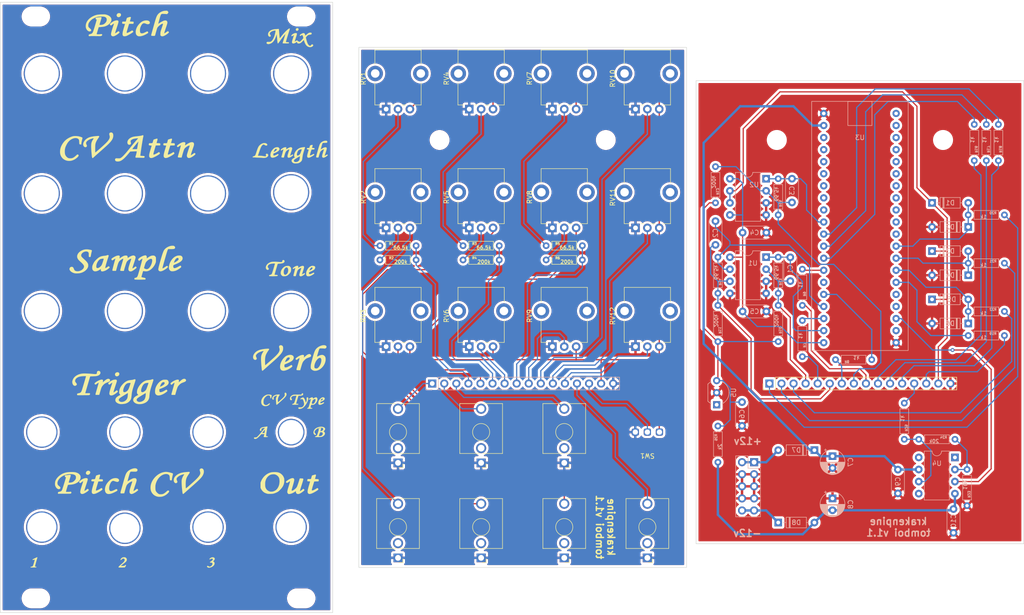
<source format=kicad_pcb>
(kicad_pcb (version 20211014) (generator pcbnew)
  (layers (0 "F.Cu" signal) (31 "B.Cu" signal) (34 "B.Paste" user) (35 "F.Paste" user) (36 "B.SilkS" user "B.Silkscreen") (37 "F.SilkS" user "F.Silkscreen") (38 "B.Mask" user) (39 "F.Mask" user) (44 "Edge.Cuts" user))
  (net 0 "")
  (net 1 "Pitch_1_in_b")
  (net 2 "ADC_5")
  (net 3 "Pitch_2_in_b")
  (net 4 "Pitch_3_in_b")
  (net 6 "GND2")
  (net 11 "CV-1")
  (net 13 "CV-2")
  (net 14 "CV-3")
  (net 16 "Net-(R1-Pad1)")
  (net 17 "Pitch_1_in_f")
  (net 18 "Net-(R2-Pad1)")
  (net 19 "Net-(R3-Pad1)")
  (net 20 "Pitch_2_in_f")
  (net 21 "Net-(R4-Pad1)")
  (net 22 "Net-(R5-Pad1)")
  (net 23 "Pitch_3_in_f")
  (net 24 "Net-(R6-Pad1)")
  (net 25 "Select_1_b")
  (net 26 "Select_2_b")
  (net 27 "Select_3_b")
  (net 28 "-10V")
  (net 29 "Reverb_mix_b")
  (net 30 "Reverb_fb_b")
  (net 31 "Reverb_lp_b")
  (net 32 "3.3V_f")
  (net 33 "Select_1_f")
  (net 34 "Select_2_f")
  (net 35 "Select_3_f")
  (net 36 "Reverb_mix_f")
  (net 37 "Reverb_fb_f")
  (net 38 "Reverb_lp_f")
  (net 39 "GND")
  (net 43 "D3")
  (net 44 "D4")
  (net 45 "D5")
  (net 46 "D6")
  (net 47 "D7")
  (net 48 "D8")
  (net 49 "D9")
  (net 50 "D10")
  (net 51 "D11")
  (net 52 "D12")
  (net 53 "D13")
  (net 54 "D14")
  (net 55 "Daisy_audio_in1")
  (net 56 "Daisy_audio_in2")
  (net 57 "Daisy_audio_out1")
  (net 58 "Daisy_audio_out2")
  (net 59 "+3V3")
  (net 60 "ADC_0")
  (net 61 "ADC_1")
  (net 62 "ADC_2")
  (net 63 "ADC_3")
  (net 64 "ADC_4")
  (net 65 "ADC_6")
  (net 66 "ADC_7")
  (net 67 "ADC_8")
  (net 68 "ADC_9")
  (net 69 "ADC_10")
  (net 72 "ADC_11")
  (net 76 "+12V")
  (net 77 "Output_f")
  (net 78 "Trig1_f")
  (net 79 "Trig2_f")
  (net 80 "Trig3_f")
  (net 81 "p-switch_f")
  (net 82 "Trig1_b")
  (net 83 "Trig2_b")
  (net 84 "Trig3_b")
  (net 85 "Output_b")
  (net 86 "p-switch_b")
  (net 87 "-12V")
  (net 88 "3.3V_b")
  (net 89 "Net-(R23-Pad2)")
  (net 90 "Net-(R24-Pad2)")
  (net 94 "Net-(D7-Pad2)")
  (net 95 "Net-(D8-Pad1)")
  (footprint "omat:3.5mm jack hole 6.1mm" (layer "F.Cu") (at 22.75 110.5)
    (fp_text reference "REF**" hide)
    (fp_text value "3.5mm jack hole 6.1mm" hide)
  )
  (footprint "omat:Alpha pot hole 7.1mm" (layer "F.Cu") (at 57.75 60.25)
    (fp_text reference "REF**" hide)
    (fp_text value "Alpha pot hole 7.1mm" hide)
  )
  (footprint "omat:MountingHole_3.2mm_M3" (layer "F.Cu") (at 21.5 23)
    (fp_text reference "REF**" hide)
    (fp_text value "MountingHole_3.2mm_M3" hide)
  )
  (footprint "omat:3.5mm jack hole 6.1mm" (layer "F.Cu") (at 40.25 130.75)
    (fp_text reference "REF**" hide)
    (fp_text value "3.5mm jack hole 6.1mm" hide)
  )
  (footprint "omat:Potentiometer_Alpha_RD901F-40-00D_Single_Vertical_CircularHoles3D" (layer "F.Cu") (at 147.75 92.5 90)
    (fp_text reference "RV12")
    (fp_text value "Reverb_lowpass")
  )
  (footprint "omat:Alpha pot hole 7.1mm" (layer "F.Cu") (at 57.75 85)
    (fp_text reference "REF**" hide)
    (fp_text value "Alpha pot hole 7.1mm" hide)
  )
  (footprint "omat:Potentiometer_Alpha_RD901F-40-00D_Single_Vertical_CircularHoles3D" (layer "F.Cu") (at 95.25 92.5 90)
    (fp_text reference "RV3")
    (fp_text value "Sample1select")
  )
  (footprint "omat:Alpha pot hole 7.1mm" (layer "F.Cu") (at 40.25 60.25)
    (fp_text reference "REF**" hide)
    (fp_text value "Alpha pot hole 7.1mm" hide)
  )
  (footprint "omat:Alpha pot hole 7.1mm" (layer "F.Cu") (at 75.25 85)
    (fp_text reference "REF**" hide)
    (fp_text value "Alpha pot hole 7.1mm" hide)
  )
  (footprint "Connector_PinHeader_2.54mm:PinHeader_1x16_P2.54mm_Vertical" (layer "F.Cu") (at 175.95 100.275 90)
    (fp_text reference "J9" hide)
    (fp_text value "Conn_01x16_Male" hide)
  )
  (footprint "omat:Potentiometer_Alpha_RD901F-40-00D_Single_Vertical_CircularHoles3D" (layer "F.Cu") (at 95.25 42.5 90)
    (fp_text reference "RV1")
    (fp_text value "Sample1pitch")
  )
  (footprint "omat:Jack_3.5mm_QingPu_WQP-PJ398SM_Vertical_CircularHoles_mid" (layer "F.Cu") (at 115.25 110.5 180)
    (fp_text reference "J3" hide)
    (fp_text value "Trig_2" hide)
  )
  (footprint "omat:Alpha pot hole 7.1mm" (layer "F.Cu") (at 75.25 60)
    (fp_text reference "REF**" hide)
    (fp_text value "Alpha pot hole 7.1mm" hide)
  )
  (footprint "omat:Potentiometer_Alpha_RD901F-40-00D_Single_Vertical_CircularHoles3D" (layer "F.Cu") (at 147.75 67.5 90)
    (fp_text reference "RV11")
    (fp_text value "Reverb_feedback")
  )
  (footprint "omat:MountingHole_3.2mm_M3" (layer "F.Cu") (at 77.38 23)
    (fp_text reference "REF**" hide)
    (fp_text value "MountingHole_3.2mm_M3" hide)
  )
  (footprint "omat:Omaresistor2" (layer "F.Cu") (at 93.94 71.25)
    (fp_text reference "R1")
    (fp_text value "66.5k")
  )
  (footprint "omat:Potentiometer_Alpha_RD901F-40-00D_Single_Vertical_CircularHoles3D" (layer "F.Cu") (at 112.75 67.5 90)
    (fp_text reference "RV5")
    (fp_text value "Sample2cv_attn")
  )
  (footprint "omat:Potentiometer_Alpha_RD901F-40-00D_Single_Vertical_CircularHoles3D" (layer "F.Cu") (at 130.25 42.5 90)
    (fp_text reference "RV7")
    (fp_text value "Sample3pitch")
  )
  (footprint "omat:3.5mm jack hole 6.1mm" (layer "F.Cu") (at 57.75 130.5)
    (fp_text reference "REF**" hide)
    (fp_text value "3.5mm jack hole 6.1mm" hide)
  )
  (footprint "omat:Jack_3.5mm_QingPu_WQP-PJ398SM_Vertical_CircularHoles_mid" (layer "F.Cu") (at 150.25 130.5 180)
    (fp_text reference "J1" hide)
    (fp_text value "Output" hide)
  )
  (footprint "MountingHole:MountingHole_3.2mm_M3" (layer "F.Cu") (at 212.5 49)
    (fp_text reference "REF**" hide)
    (fp_text value "MountingHole_3.2mm_M3" hide)
  )
  (footprint "omat:Potentiometer_Alpha_RD901F-40-00D_Single_Vertical_CircularHoles3D" (layer "F.Cu") (at 112.75 92.5 90)
    (fp_text reference "RV6")
    (fp_text value "Sample2select")
  )
  (footprint "omat:Alpha pot hole 7.1mm" (layer "F.Cu") (at 57.75 35)
    (fp_text reference "REF**" hide)
    (fp_text value "Alpha pot hole 7.1mm" hide)
  )
  (footprint "omat:Alpha pot hole 7.1mm" (layer "F.Cu") (at 75.25 35)
    (fp_text reference "REF**" hide)
    (fp_text value "Alpha pot hole 7.1mm" hide)
  )
  (footprint "omat:Omaresistor2" (layer "F.Cu") (at 128.94 74.25)
    (fp_text reference "R6")
    (fp_text value "200k")
  )
  (footprint "omat:Potentiometer_Alpha_RD901F-40-00D_Single_Vertical_CircularHoles3D" (layer "F.Cu") (at 95.25 67.5 90)
    (fp_text reference "RV2")
    (fp_text value "Sample1cv_attn")
  )
  (footprint "omat:Omaresistor2" (layer "F.Cu") (at 93.94 74.25)
    (fp_text reference "R2")
    (fp_text value "200k")
  )
  (footprint "MountingHole:MountingHole_3.2mm_M3" (layer "F.Cu") (at 141.5 49)
    (fp_text reference "REF**" hide)
    (fp_text value "MountingHole_3.2mm_M3" hide)
  )
  (footprint "omat:Jack_3.5mm_QingPu_WQP-PJ398SM_Vertical_CircularHoles_mid" (layer "F.Cu") (at 132.75 110.5 180)
    (fp_text reference "J4" hide)
    (fp_text value "Trig_3" hide)
  )
  (footprint "omat:Alpha pot hole 7.1mm" (layer "F.Cu") (at 22.75 35)
    (fp_text reference "REF**" hide)
    (fp_text value "Alpha pot hole 7.1mm" hide)
  )
  (footprint "omat:Jack_3.5mm_QingPu_WQP-PJ398SM_Vertical_CircularHoles_mid" (layer "F.Cu") (at 115.25 130.5 180)
    (fp_text reference "J6" hide)
    (fp_text value "CV_2" hide)
  )
  (footprint "omat:MountingHole_3.2mm_M3" (layer "F.Cu") (at 77.38 145.5)
    (fp_text reference "REF**" hide)
    (fp_text value "MountingHole_3.2mm_M3" hide)
  )
  (footprint "omat:Potentiometer_Alpha_RD901F-40-00D_Single_Vertical_CircularHoles3D" (layer "F.Cu") (at 130.25 67.5 90)
    (fp_text reference "RV8")
    (fp_text value "Sample3cv_attn")
  )
  (footprint "omat:Alpha pot hole 7.1mm" (layer "F.Cu") (at 22.75 60.25)
    (fp_text reference "REF**" hide)
    (fp_text value "Alpha pot hole 7.1mm" hide)
  )
  (footprint "omat:MountingHole_3.2mm_M3" (layer "F.Cu") (at 21.5 145.5)
    (fp_text reference "REF**" hide)
    (fp_text value "MountingHole_3.2mm_M3" hide)
  )
  (footprint "omat:Alpha pot hole 7.1mm" (layer "F.Cu") (at 40.25 35)
    (fp_text reference "REF**" hide)
    (fp_text value "Alpha pot hole 7.1mm" hide)
  )
  (footprint "omat:Jack_3.5mm_QingPu_WQP-PJ398SM_Vertical_CircularHoles_mid" (layer "F.Cu") (at 97.75 110.5 180)
    (fp_text reference "J2" hide)
    (fp_text value "Trig_1" hide)
  )
  (footprint "omat:Potentiometer_Alpha_RD901F-40-00D_Single_Vertical_CircularHoles3D" (layer "F.Cu") (at 147.75 42.5 90)
    (fp_text reference "RV10")
    (fp_text value "Reverb_mix")
  )
  (footprint "omat:3.5mm jack hole 6.1mm" (layer "F.Cu") (at 75.25 130.5)
    (fp_text reference "REF**" hide)
    (fp_text value "3.5mm jack hole 6.1mm" hide)
  )
  (footprint "omat:Alpha pot hole 7.1mm" (layer "F.Cu") (at 40.25 85)
    (fp_text reference "REF**" hide)
    (fp_text value "Alpha pot hole 7.1mm" hide)
  )
  (footprint "omat:Potentiometer_Alpha_RD901F-40-00D_Single_Vertical_CircularHoles3D" (layer "F.Cu") (at 112.75 42.5 90)
    (fp_text reference "RV4")
    (fp_text value "Sample2pitch")
  )
  (footprint "omat:Alpha pot hole 7.1mm" (layer "F.Cu") (at 22.75 85)
    (fp_text reference "REF**" hide)
    (fp_text value "Alpha pot hole 7.1mm" hide)
  )
  (footprint "omat:Omaresistor2" (layer "F.Cu") (at 111.44 74.25)
    (fp_text reference "R4")
    (fp_text value "200k")
  )
  (footprint "MountingHole:MountingHole_3.2mm_M3" (layer "F.Cu") (at 106.5 49)
    (fp_text reference "REF**" hide)
    (fp_text value "MountingHole_3.2mm_M3" hide)
  )
  (footprint "omat:submini switch" (layer "F.Cu") (at 150.25 110.5 180)
    (fp_text reference "SW1")
    (fp_text value "SW_SPDT")
  )
  (footprint "omat:Potentiometer_Alpha_RD901F-40-00D_Single_Vertical_CircularHoles3D" (layer "F.Cu") (at 130.25 92.5 90)
    (fp_text reference "RV9")
    (fp_text value "Sample3select")
  )
  (footprint "omat:Omaresistor2" (layer "F.Cu") (at 111.44 71.25)
    (fp_text reference "R3")
    (fp_text value "66.5k")
  )
  (footprint "omat:Jack_3.5mm_QingPu_WQP-PJ398SM_Vertical_CircularHoles_mid" (layer "F.Cu") (at 132.75 130.5 180)
    (fp_text reference "J7" hide)
    (fp_text value "CV_3" hide)
  )
  (footprint "omat:Omaresistor2" (layer "F.Cu") (at 128.94 71.25)
    (fp_text reference "R5")
    (fp_text value "66.5k")
  )
  (footprint "kuvia:euro-tomboi-kansi1" (layer "F.Cu") (at 49 84.377885)
    (fp_text reference "Ref**" hide)
    (fp_text value "Val**" hide)
  )
  (footprint "omat:Jack_3.5mm_QingPu_WQP-PJ398SM_Vertical_CircularHoles_mid" (layer "F.Cu") (at 97.75 130.5 180)
    (fp_text reference "J5" hide)
    (fp_text value "CV_1" hide)
  )
  (footprint "omat:3.5mm jack hole 6.1mm" (layer "F.Cu") (at 22.75 130.5)
    (fp_text reference "REF**" hide)
    (fp_text value "3.5mm jack hole 6.1mm" hide)
  )
  (footprint "omat:Subminiswitch hole 5.1mm" (layer "F.Cu") (at 75.25 110.5)
    (fp_text reference "REF**" hide)
    (fp_text value "Subminiswitch hole 5.1mm" hide)
  )
  (footprint "MountingHole:MountingHole_3.2mm_M3" (layer "F.Cu") (at 177.5 49)
    (fp_text reference "REF**" hide)
    (fp_text value "MountingHole_3.2mm_M3" hide)
  )
  (footprint "omat:3.5mm jack hole 6.1mm" (layer "F.Cu") (at 57.75 110.5)
    (fp_text reference "REF**" hide)
    (fp_text value "3.5mm jack hole 6.1mm" hide)
  )
  (footprint "omat:3.5mm jack hole 6.1mm" (layer "F.Cu") (at 40.25 110.5)
    (fp_text reference "REF**" hide)
    (fp_text value "3.5mm jack hole 6.1mm" hide)
  )
  (footprint "Connector_PinHeader_2.54mm:PinHeader_2x05_P2.54mm_Vertical" (layer "B.Cu") (at 172.72 116.84 180)
    (fp_text reference "J10" hide)
    (fp_text value "Conn_02x05_Odd_Even" hide)
  )
  (footprint "Diode_THT:D_DO-35_SOD27_P7.62mm_Horizontal" (layer "B.Cu") (at 185.42 114.3 180)
    (fp_text reference "D7")
    (fp_text value "BAT42" hide)
  )
  (footprint "omat:Omaresistor2" (layer "B.Cu") (at 177.8 91.44 90)
    (fp_text reference "R10")
    (fp_text value "200k")
  )
  (footprint "omat:Omaresistor2" (layer "B.Cu") (at 182.88 83.82 90)
    (fp_text reference "R9")
    (fp_text value "1k")
  )
  (footprint "omat:Omaresistor2" (layer "B.Cu") (at 225.425 64.77 180)
    (fp_text reference "R20")
    (fp_text value "1k")
  )
  (footprint "Capacitor_THT:C_Disc_D5.0mm_W2.5mm_P5.00mm" (layer "B.Cu") (at 180.34 78.7 90)
    (fp_text reference "C1" hide)
    (fp_text value "10n" hide)
  )
  (footprint "omat:Omaresistor2" (layer "B.Cu") (at 165.1 109.22 -90)
    (fp_text reference "R26")
    (fp_text value "2k")
  )
  (footprint "Capacitor_THT:C_Disc_D5.0mm_W2.5mm_P5.00mm" (layer "B.Cu") (at 170.3 68.5)
    (fp_text reference "C4" hide)
    (fp_text value "100n" hide)
  )
  (footprint "Package_DIP:DIP-8_W7.62mm" (layer "B.Cu") (at 215.001 115.834 180)
    (fp_text reference "U4")
    (fp_text value "TL071")
  )
  (footprint "omat:Omaresistor2" (layer "B.Cu") (at 224.155 53.34 90)
    (fp_text reference "R18")
    (fp_text value "1k")
  )
  (footprint "Diode_THT:D_DO-35_SOD27_P7.62mm_Horizontal" (layer "B.Cu") (at 217.805 87.63 180)
    (fp_text reference "D6")
    (fp_text value "BAT42" hide)
  )
  (footprint "Capacitor_THT:CP_Radial_D5.0mm_P2.50mm" (layer "B.Cu") (at 189.23 115.57 -90)
    (fp_text reference "C7")
    (fp_text value "10u")
  )
  (footprint "omat:Omaresistor2" (layer "B.Cu") (at 164.592 62.23 90)
    (fp_text reference "R12")
    (fp_text value "200k")
  )
  (footprint "Diode_THT:D_DO-35_SOD27_P7.62mm_Horizontal" (layer "B.Cu") (at 210.185 82.55)
    (fp_text reference "D5")
    (fp_text value "BAT42" hide)
  )
  (footprint "Capacitor_THT:C_Disc_D5.0mm_W2.5mm_P5.00mm" (layer "B.Cu") (at 214.7 126.7 -90)
    (fp_text reference "C10" hide)
    (fp_text value "100n" hide)
  )
  (footprint "Capacitor_THT:C_Disc_D5.0mm_W2.5mm_P5.00mm" (layer "B.Cu") (at 180.7 62.15 90)
    (fp_text reference "C3" hide)
    (fp_text value "10n" hide)
  )
  (footprint "omat:Omaresistor2" (layer "B.Cu") (at 225.425 74.93 180)
    (fp_text reference "R21")
    (fp_text value "1k")
  )
  (footprint "Diode_THT:D_DO-35_SOD27_P7.62mm_Horizontal" (layer "B.Cu") (at 210.185 72.39)
    (fp_text reference "D3")
    (fp_text value "BAT42" hide)
  )
  (footprint "Package_TO_SOT_THT:TO-92_Inline_Wide" (layer "B.Cu") (at 164.84 104.74 90)
    (fp_text reference "U5")
    (fp_text value "LM4040LP-10")
  )
  (footprint "omat:Omaresistor2" (layer "B.Cu") (at 189.865 95.25)
    (fp_text reference "R8")
    (fp_text value "1k")
  )
  (footprint "omat:Omaresistor2" (layer "B.Cu") (at 182.88 94.615 90)
    (fp_text reference "R7")
    (fp_text value "1k")
  )
  (footprint "Capacitor_THT:CP_Radial_D5.0mm_P2.50mm" (layer "B.Cu") (at 189.23 124.46 -90)
    (fp_text reference "C8")
    (fp_text value "10u")
  )
  (footprint "omat:Omaresistor2" (layer "B.Cu") (at 215.011 112.014 180)
    (fp_text reference "R24")
    (fp_text value "20k")
  )
  (footprint "Package_DIP:DIP-8_W7.62mm" (layer "B.Cu") (at 175.25 73.67 180)
    (fp_text reference "U1")
    (fp_text value "MCP6002-xP")
  )
  (footprint "Package_DIP:DIP-8_W7.62mm" (layer "B.Cu") (at 175.25 57.16 180)
    (fp_text reference "U2")
    (fp_text value "MCP6002-xP")
  )
  (footprint "omat:Omaresistor2" (layer "B.Cu") (at 177.8 81.28 90)
    (fp_text reference "R13")
    (fp_text value "66.5k")
  )
  (footprint "Capacitor_THT:C_Disc_D5.0mm_W2.5mm_P5.00mm" (layer "B.Cu") (at 170.3 85.09)
    (fp_text reference "C5" hide)
    (fp_text value "100n" hide)
  )
  (footprint "omat:Daisy Seed" (layer "B.Cu") (at 195 40.8695 180)
    (fp_text reference "U3")
    (fp_text value "Daisy_Seed")
  )
  (footprint "Connector_PinSocket_2.54mm:PinSocket_1x16_P2.54mm_Vertical" (layer "B.Cu") (at 104.95 100.275 -90)
    (fp_text reference "J8" hide)
    (fp_text value "Conn_01x16_Female" hide)
  )
  (footprint "Capacitor_THT:C_Disc_D5.0mm_W2.5mm_P5.00mm" (layer "B.Cu") (at 164.592 71.08 90)
    (fp_text reference "C2" hide)
    (fp_text value "10n" hide)
  )
  (footprint "Capacitor_THT:C_Disc_D5.0mm_W2.5mm_P5.00mm" (layer "B.Cu") (at 203 118.4 -90)
    (fp_text reference "C9" hide)
    (fp_text value "100n" hide)
  )
  (footprint "omat:Omaresistor2" (layer "B.Cu") (at 217.551 125.984 90)
    (fp_text reference "R23")
    (fp_text value "10k")
  )
  (footprint "Diode_THT:D_DO-35_SOD27_P7.62mm_Horizontal" (layer "B.Cu") (at 217.805 67.31 180)
    (fp_text reference "D2")
    (fp_text value "BAT42" hide)
  )
  (footprint "Diode_THT:D_DO-35_SOD27_P7.62mm_Horizontal" (layer "B.Cu") (at 177.8 129.54)
    (fp_text reference "D8")
    (fp_text value "BAT42" hide)
  )
  (footprint "Diode_THT:D_DO-35_SOD27_P7.62mm_Horizontal" (layer "B.Cu") (at 217.805 77.47 180)
    (fp_text reference "D4")
    (fp_text value "BAT42" hide)
  )
  (footprint "Diode_THT:D_DO-35_SOD27_P7.62mm_Horizontal" (layer "B.Cu") (at 210.185 62.23)
    (fp_text reference "D1")
    (fp_text value "BAT42" hide)
  )
  (footprint "omat:Omaresistor2" (layer "B.Cu") (at 221.615 53.34 90)
    (fp_text reference "R17")
    (fp_text value "1k")
  )
  (footprint "omat:Omaresistor2" (layer "B.Cu") (at 177.8 64.77 90)
    (fp_text reference "R15")
    (fp_text value "66.5k")
  )
  (footprint "omat:Omaresistor2" (layer "B.Cu") (at 225.425 85.09 180)
    (fp_text reference "R22")
    (fp_text value "1k")
  )
  (footprint "omat:Omaresistor2" (layer "B.Cu") (at 165.1 81.28 90)
    (fp_text reference "R14")
    (fp_text value "66.5k")
  )
  (footprint "Capacitor_THT:C_Disc_D5.0mm_W2.5mm_P5.00mm" (layer "B.Cu") (at 170.18 104.18 -90)
    (fp_text reference "C6" hide)
    (fp_text value "100n" hide)
  )
  (footprint "omat:Omaresistor2" (layer "B.Cu") (at 204.343 112.014 90)
    (fp_text reference "R25")
    (fp_text value "1k")
  )
  (footprint "omat:Omaresistor2" (layer "B.Cu") (at 219.075 53.34 90)
    (fp_text reference "R16")
    (fp_text value "1k")
  )
  (footprint "omat:Omaresistor2" (layer "B.Cu") (at 165.1 91.44 90)
    (fp_text reference "R11")
    (fp_text value "200k")
  )
  (footprint "omat:Omaresistor2" (layer "B.Cu") (at 225.425 90.17 180)
    (fp_text reference "R19")
    (fp_text value "1k")
  )
  (gr_rect (start 160.5 36.5) (end 229.5 134) (layer "Edge.Cuts") (width 0.1) (fill none))
  (gr_rect (start 89.5 29.5) (end 158.5 139) (layer "Edge.Cuts") (width 0.1) (fill none))
  (gr_rect (start 14 20) (end 84 148.5) (layer "Edge.Cuts") (width 0.1) (fill none))
  (gr_text "krakenpine\ntomboi v1.1" (at 203.1 130.5) (layer "B.SilkS") (effects (font (size 1.5 1.5) (thickness 0.3)) (justify mirror)))
  (gr_text "+12v" (at 171.4 112.4) (layer "B.SilkS") (effects (font (size 1.5 1.5) (thickness 0.3)) (justify mirror)))
  (gr_text "-12v" (at 171.3 131.8) (layer "B.SilkS") (effects (font (size 1.5 1.5) (thickness 0.3)) (justify mirror)))
  (gr_text "krakenpine\ntomboi v1.1" (at 141.4 130.5 -90) (layer "F.SilkS") (effects (font (size 1.5 1.5) (thickness 0.3)) (justify mirror)))
  (segment (start 180.34 86.36) (end 177.8 83.82) (width 0.25) (layer "F.Cu") (net 1))
  (segment (start 183.57 100.275) (end 183.57 98.48) (width 0.25) (layer "F.Cu") (net 1))
  (segment (start 183.57 98.48) (end 180.34 95.25) (width 0.25) (layer "F.Cu") (net 1))
  (segment (start 180.34 95.25) (end 180.34 86.36) (width 0.25) (layer "F.Cu") (net 1))
  (segment (start 177.8 78.74) (end 177.84 78.7) (width 0.25) (layer "B.Cu") (net 1))
  (segment (start 177.8 78.76) (end 177.78 78.74) (width 0.25) (layer "B.Cu") (net 1))
  (segment (start 175.25 76.21) (end 177.78 78.74) (width 0.25) (layer "B.Cu") (net 1))
  (segment (start 177.78 78.74) (end 177.8 78.74) (width 0.25) (layer "B.Cu") (net 1))
  (segment (start 177.8 81.28) (end 177.8 78.76) (width 0.25) (layer "B.Cu") (net 1))
  (segment (start 177.8 83.82) (end 177.8 81.28) (width 0.25) (layer "B.Cu") (net 1))
  (segment (start 177.84 78.7) (end 180.34 78.7) (width 0.25) (layer "B.Cu") (net 1))
  (segment (start 187.38 76.4295) (end 183.1095 76.4295) (width 0.25) (layer "F.Cu") (net 2))
  (segment (start 172.085 90.805) (end 165.1 83.82) (width 0.25) (layer "F.Cu") (net 3))
  (segment (start 188.65 100.275) (end 188.65 101.545) (width 0.25) (layer "F.Cu") (net 3))
  (segment (start 186.69 103.505) (end 173.99 103.505) (width 0.25) (layer "F.Cu") (net 3))
  (segment (start 188.65 101.545) (end 186.69 103.505) (width 0.25) (layer "F.Cu") (net 3))
  (segment (start 172.085 101.6) (end 172.085 90.805) (width 0.25) (layer "F.Cu") (net 3))
  (segment (start 173.99 103.505) (end 172.085 101.6) (width 0.25) (layer "F.Cu") (net 3))
  (segment (start 164.592 71.08) (end 164.124 71.08) (width 0.25) (layer "B.Cu") (net 3))
  (segment (start 164.124 71.08) (end 163.576 71.628) (width 0.25) (layer "B.Cu") (net 3))
  (segment (start 167.58 78.7) (end 167.63 78.75) (width 0.25) (layer "B.Cu") (net 3))
  (segment (start 165.1 81.28) (end 165.1 78.74) (width 0.25) (layer "B.Cu") (net 3))
  (segment (start 165.1 78.74) (end 165.14 78.7) (width 0.25) (layer "B.Cu") (net 3))
  (segment (start 163.576 77.216) (end 165.1 78.74) (width 0.25) (layer "B.Cu") (net 3))
  (segment (start 163.576 71.628) (end 163.576 77.216) (width 0.25) (layer "B.Cu") (net 3))
  (segment (start 165.14 78.7) (end 167.58 78.7) (width 0.25) (layer "B.Cu") (net 3))
  (segment (start 165.1 83.82) (end 165.1 81.28) (width 0.25) (layer "B.Cu") (net 3))
  (segment (start 186.309 75.184) (end 177.8 66.675) (width 0.25) (layer "B.Cu") (net 4))
  (segment (start 193.73 98.37) (end 194.945 97.155) (width 0.25) (layer "B.Cu") (net 4))
  (segment (start 174 59.7) (end 168.91 54.61) (width 0.25) (layer "B.Cu") (net 4))
  (segment (start 177.8 62.25) (end 175.25 59.7) (width 0.25) (layer "B.Cu") (net 4))
  (segment (start 193.73 100.275) (end 193.73 98.37) (width 0.25) (layer "B.Cu") (net 4))
  (segment (start 168.91 54.61) (end 164.592 54.61) (width 0.25) (layer "B.Cu") (net 4))
  (segment (start 194.945 97.155) (end 198.12 97.155) (width 0.25) (layer "B.Cu") (net 4))
  (segment (start 177.9 62.15) (end 180.7 62.15) (width 0.25) (layer "B.Cu") (net 4))
  (segment (start 199.39 95.885) (end 199.39 85.09) (width 0.25) (layer "B.Cu") (net 4))
  (segment (start 199.39 85.09) (end 189.484 75.184) (width 0.25) (layer "B.Cu") (net 4))
  (segment (start 177.8 62.25) (end 177.9 62.15) (width 0.25) (layer "B.Cu") (net 4))
  (segment (start 177.8 64.77) (end 177.8 62.25) (width 0.25) (layer "B.Cu") (net 4))
  (segment (start 175.25 59.7) (end 174 59.7) (width 0.25) (layer "B.Cu") (net 4))
  (segment (start 189.484 75.184) (end 186.309 75.184) (width 0.25) (layer "B.Cu") (net 4))
  (segment (start 177.8 66.675) (end 177.8 64.77) (width 0.25) (layer "B.Cu") (net 4))
  (segment (start 198.12 97.155) (end 199.39 95.885) (width 0.25) (layer "B.Cu") (net 4))
  (segment (start 90.297 80.803) (end 98.75 72.35) (width 0.25) (layer "B.Cu") (net 11))
  (segment (start 98.75 72.35) (end 98.75 71.25) (width 0.25) (layer "B.Cu") (net 11))
  (segment (start 90.297 118.127) (end 90.297 80.803) (width 0.25) (layer "B.Cu") (net 11))
  (segment (start 97.75 125.58) (end 90.297 118.127) (width 0.25) (layer "B.Cu") (net 11))
  (segment (start 100.25 69.75) (end 100.25 67.5) (width 0.25) (layer "B.Cu") (net 11))
  (segment (start 98.75 71.25) (end 100.25 69.75) (width 0.25) (layer "B.Cu") (net 11))
  (segment (start 116.6 71.8) (end 116.6 69.65) (width 0.25) (layer "F.Cu") (net 13))
  (segment (start 105 120.5) (end 105 108.25) (width 0.25) (layer "F.Cu") (net 13))
  (segment (start 105 108.25) (end 90.297 93.547) (width 0.25) (layer "F.Cu") (net 13))
  (segment (start 95.5 76.3) (end 112.1 76.3) (width 0.25) (layer "F.Cu") (net 13))
  (segment (start 116.6 69.65) (end 117.75 68.5) (width 0.25) (layer "F.Cu") (net 13))
  (segment (start 90.297 93.547) (end 90.297 81.503) (width 0.25) (layer "F.Cu") (net 13))
  (segment (start 117.75 68.5) (end 117.75 67.5) (width 0.25) (layer "F.Cu") (net 13))
  (segment (start 115.25 125.58) (end 110.08 125.58) (width 0.25) (layer "F.Cu") (net 13))
  (segment (start 112.1 76.3) (end 116.6 71.8) (width 0.25) (layer "F.Cu") (net 13))
  (segment (start 110.08 125.58) (end 105 120.5) (width 0.25) (layer "F.Cu") (net 13))
  (segment (start 90.297 81.503) (end 95.5 76.3) (width 0.25) (layer "F.Cu") (net 13))
  (segment (start 110.75 121) (end 130 121) (width 0.25) (layer "F.Cu") (net 14))
  (segment (start 92.25 93) (end 107.75 108.5) (width 0.25) (layer "F.Cu") (net 14))
  (segment (start 130 121) (end 132.75 123.75) (width 0.25) (layer "F.Cu") (net 14))
  (segment (start 133.25 71.85) (end 133.25 74.5) (width 0.25) (layer "F.Cu") (net 14))
  (segment (start 135.25 67.5) (end 135.25 69.85) (width 0.25) (layer "F.Cu") (net 14))
  (segment (start 107.75 108.5) (end 107.75 118) (width 0.25) (layer "F.Cu") (net 14))
  (segment (start 132.75 123.75) (end 132.75 125.58) (width 0.25) (layer "F.Cu") (net 14))
  (segment (start 106.5 82) (end 106.5 86.5) (width 0.25) (layer "F.Cu") (net 14))
  (segment (start 129.45 78.3) (end 110.2 78.3) (width 0.25) (layer "F.Cu") (net 14))
  (segment (start 92.25 91.15) (end 92.25 93) (width 0.25) (layer "F.Cu") (net 14))
  (segment (start 133.25 74.5) (end 129.45 78.3) (width 0.25) (layer "F.Cu") (net 14))
  (segment (start 103.5 89.5) (end 93.9 89.5) (width 0.25) (layer "F.Cu") (net 14))
  (segment (start 135.25 69.85) (end 133.25 71.85) (width 0.25) (layer "F.Cu") (net 14))
  (segment (start 107.75 118) (end 110.75 121) (width 0.25) (layer "F.Cu") (net 14))
  (segment (start 106.5 86.5) (end 103.5 89.5) (width 0.25) (layer "F.Cu") (net 14))
  (segment (start 110.2 78.3) (end 106.5 82) (width 0.25) (layer "F.Cu") (net 14))
  (segment (start 93.9 89.5) (end 92.25 91.15) (width 0.25) (layer "F.Cu") (net 14))
  (segment (start 97.75 42.5) (end 97.75 46.25) (width 0.25) (layer "B.Cu") (net 16))
  (segment (start 90.424 53.576) (end 90.424 68.924) (width 0.25) (layer "B.Cu") (net 16))
  (segment (start 92.75 71.25) (end 93.94 71.25) (width 0.25) (layer "B.Cu") (net 16))
  (segment (start 97.75 46.25) (end 90.424 53.576) (width 0.25) (layer "B.Cu") (net 16))
  (segment (start 90.424 68.924) (end 92.75 71.25) (width 0.25) (layer "B.Cu") (net 16))
  (segment (start 101.56 75.31) (end 105.6 79.35) (width 0.25) (layer "B.Cu") (net 17))
  (segment (start 108.8 97.7) (end 111.4 97.7) (width 0.25) (layer "B.Cu") (net 17))
  (segment (start 105.6 79.35) (end 105.6 94.5) (width 0.25) (layer "B.Cu") (net 17))
  (segment (start 111.4 97.7) (end 112.57 98.87) (width 0.25) (layer "B.Cu") (net 17))
  (segment (start 105.6 94.5) (end 108.8 97.7) (width 0.25) (layer "B.Cu") (net 17))
  (segment (start 112.57 98.87) (end 112.57 100.275) (width 0.25) (layer "B.Cu") (net 17))
  (segment (start 101.56 71.25) (end 101.56 74.25) (width 0.25) (layer "B.Cu") (net 17))
  (segment (start 101.56 74.25) (end 101.56 75.31) (width 0.25) (layer "B.Cu") (net 17))
  (segment (start 97.75 70.44) (end 93.94 74.25) (width 0.25) (layer "B.Cu") (net 18))
  (segment (start 97.75 67.5) (end 97.75 70.44) (width 0.25) (layer "B.Cu") (net 18))
  (segment (start 115.25 47.75) (end 107.25 55.75) (width 0.25) (layer "B.Cu") (net 19))
  (segment (start 107.25 67.06) (end 111.44 71.25) (width 0.25) (layer "B.Cu") (net 19))
  (segment (start 115.25 42.5) (end 115.25 47.75) (width 0.25) (layer "B.Cu") (net 19))
  (segment (start 107.25 55.75) (end 107.25 67.06) (width 0.25) (layer "B.Cu") (net 19))
  (segment (start 114.9 95.4) (end 117.65 98.15) (width 0.25) (layer "B.Cu") (net 20))
  (segment (start 109.1 94.5) (end 110 95.4) (width 0.25) (layer "B.Cu") (net 20))
  (segment (start 119.06 76.44) (end 116.8 78.7) (width 0.25) (layer "B.Cu") (net 20))
  (segment (start 110 95.4) (end 114.9 95.4) (width 0.25) (layer "B.Cu") (net 20))
  (segment (start 109.1 91.3) (end 109.1 94.5) (width 0.25) (layer "B.Cu") (net 20))
  (segment (start 119.06 74.25) (end 119.06 76.44) (width 0.25) (layer "B.Cu") (net 20))
  (segment (start 116.8 78.7) (end 116.8 83.6) (width 0.25) (layer "B.Cu") (net 20))
  (segment (start 117.65 98.15) (end 117.65 100.275) (width 0.25) (layer "B.Cu") (net 20))
  (segment (start 119.06 71.25) (end 119.06 74.25) (width 0.25) (layer "B.Cu") (net 20))
  (segment (start 116.8 83.6) (end 109.1 91.3) (width 0.25) (layer "B.Cu") (net 20))
  (segment (start 115.25 70.44) (end 111.44 74.25) (width 0.25) (layer "B.Cu") (net 21))
  (segment (start 115.25 67.5) (end 115.25 70.44) (width 0.25) (layer "B.Cu") (net 21))
  (segment (start 132.75 45) (end 124.25 53.5) (width 0.25) (layer "B.Cu") (net 22))
  (segment (start 132.75 42.5) (end 132.75 45) (width 0.25) (layer "B.Cu") (net 22))
  (segment (start 124.25 66.56) (end 128.94 71.25) (width 0.25) (layer "B.Cu") (net 22))
  (segment (start 124.25 53.5) (end 124.25 66.56) (width 0.25) (layer "B.Cu") (net 22))
  (segment (start 127 77.4) (end 125 79.4) (width 0.25) (layer "B.Cu") (net 23))
  (segment (start 136.56 74.25) (end 136.56 75.94) (width 0.25) (layer "B.Cu") (net 23))
  (segment (start 122.73 96.17) (end 122.73 100.275) (width 0.25) (layer "B.Cu") (net 23))
  (segment (start 135.1 77.4) (end 127 77.4) (width 0.25) (layer "B.Cu") (net 23))
  (segment (start 125 79.4) (end 125 93.9) (width 0.25) (layer "B.Cu") (net 23))
  (segment (start 136.56 75.94) (end 135.1 77.4) (width 0.25) (layer "B.Cu") (net 23))
  (segment (start 136.56 71.25) (end 136.56 74.25) (width 0.25) (layer "B.Cu") (net 23))
  (segment (start 125 93.9) (end 122.73 96.17) (width 0.25) (layer "B.Cu") (net 23))
  (segment (start 132.75 67.5) (end 132.75 70.44) (width 0.25) (layer "B.Cu") (net 24))
  (segment (start 132.75 70.44) (end 128.94 74.25) (width 0.25) (layer "B.Cu") (net 24))
  (segment (start 184.15 94.615) (end 186.11 96.575) (width 0.25) (layer "B.Cu") (net 25))
  (segment (start 182.88 94.615) (end 184.15 94.615) (width 0.25) (layer "B.Cu") (net 25))
  (segment (start 186.11 96.575) (end 186.11 100.275) (width 0.25) (layer "B.Cu") (net 25))
  (segment (start 189.865 95.25) (end 191.135 96.52) (width 0.25) (layer "B.Cu") (net 26))
  (segment (start 191.19 97.21) (end 191.19 100.275) (width 0.25) (layer "B.Cu") (net 26))
  (segment (start 191.135 97.155) (end 191.19 97.21) (width 0.25) (layer "B.Cu") (net 26))
  (segment (start 191.135 96.52) (end 191.135 97.155) (width 0.25) (layer "B.Cu") (net 26))
  (segment (start 196.27 98.48) (end 194.945 97.155) (width 0.25) (layer "F.Cu") (net 27))
  (segment (start 196.27 100.275) (end 196.27 98.48) (width 0.25) (layer "F.Cu") (net 27))
  (segment (start 184.785 85.09) (end 183.515 83.82) (width 0.25) (layer "F.Cu") (net 27))
  (segment (start 188.595 97.155) (end 184.785 93.345) (width 0.25) (layer "F.Cu") (net 27))
  (segment (start 194.945 97.155) (end 188.595 97.155) (width 0.25) (layer "F.Cu") (net 27))
  (segment (start 184.785 93.345) (end 184.785 85.09) (width 0.25) (layer "F.Cu") (net 27))
  (segment (start 183.515 83.82) (end 182.88 83.82) (width 0.25) (layer "F.Cu") (net 27))
  (segment (start 165.1 91.44) (end 165.1 99.4) (width 0.25) (layer "F.Cu") (net 28))
  (segment (start 163.322 62.23) (end 164.592 62.23) (width 0.25) (layer "F.Cu") (net 28))
  (segment (start 165.1 99.4) (end 164.84 99.66) (width 0.25) (layer "F.Cu") (net 28))
  (segment (start 162.052 88.519) (end 162.052 63.5) (width 0.25) (layer "F.Cu") (net 28))
  (segment (start 165.1 91.44) (end 164.973 91.44) (width 0.25) (layer "F.Cu") (net 28))
  (segment (start 164.973 91.44) (end 162.052 88.519) (width 0.25) (layer "F.Cu") (net 28))
  (segment (start 162.052 63.5) (end 163.322 62.23) (width 0.25) (layer "F.Cu") (net 28))
  (segment (start 164.84 99.66) (end 166.16 99.66) (width 0.25) (layer "B.Cu") (net 28))
  (segment (start 167.68 107.91) (end 167.68 104.18) (width 0.25) (layer "B.Cu") (net 28))
  (segment (start 170.18 104.18) (end 167.68 104.18) (width 0.25) (layer "B.Cu") (net 28))
  (segment (start 177.8 91.44) (end 165.1 91.44) (width 0.25) (layer "B.Cu") (net 28))
  (segment (start 167.68 101.18) (end 167.68 104.18) (width 0.25) (layer "B.Cu") (net 28))
  (segment (start 166.37 109.22) (end 167.68 107.91) (width 0.25) (layer "B.Cu") (net 28))
  (segment (start 165.1 109.22) (end 166.37 109.22) (width 0.25) (layer "B.Cu") (net 28))
  (segment (start 166.16 99.66) (end 167.68 101.18) (width 0.25) (layer "B.Cu") (net 28))
  (segment (start 215.265 95.25) (end 202.565 95.25) (width 0.25) (layer "B.Cu") (net 29))
  (segment (start 202.565 95.25) (end 198.81 99.005) (width 0.25) (layer "B.Cu") (net 29))
  (segment (start 220.472 56.388) (end 220.472 90.043) (width 0.25) (layer "B.Cu") (net 29))
  (segment (start 219.075 53.34) (end 219.075 54.991) (width 0.25) (layer "B.Cu") (net 29))
  (segment (start 220.472 90.043) (end 215.265 95.25) (width 0.25) (layer "B.Cu") (net 29))
  (segment (start 198.81 99.005) (end 198.81 100.275) (width 0.25) (layer "B.Cu") (net 29))
  (segment (start 219.075 54.991) (end 220.472 56.388) (width 0.25) (layer "B.Cu") (net 29))
  (segment (start 217.17 95.885) (end 221.615 91.44) (width 0.25) (layer "B.Cu") (net 30))
  (segment (start 201.35 100.275) (end 201.35 99.005) (width 0.25) (layer "B.Cu") (net 30))
  (segment (start 204.47 95.885) (end 217.17 95.885) (width 0.25) (layer "B.Cu") (net 30))
  (segment (start 221.615 91.44) (end 221.615 53.34) (width 0.25) (layer "B.Cu") (net 30))
  (segment (start 201.35 99.005) (end 204.47 95.885) (width 0.25) (layer "B.Cu") (net 30))
  (segment (start 219.075 96.52) (end 222.758 92.837) (width 0.25) (layer "B.Cu") (net 31))
  (segment (start 224.155 54.991) (end 224.155 53.34) (width 0.25) (layer "B.Cu") (net 31))
  (segment (start 203.89 99.005) (end 206.375 96.52) (width 0.25) (layer "B.Cu") (net 31))
  (segment (start 206.375 96.52) (end 219.075 96.52) (width 0.25) (layer "B.Cu") (net 31))
  (segment (start 222.758 56.388) (end 224.155 54.991) (width 0.25) (layer "B.Cu") (net 31))
  (segment (start 203.89 100.275) (end 203.89 99.005) (width 0.25) (layer "B.Cu") (net 31))
  (segment (start 222.758 92.837) (end 222.758 56.388) (width 0.25) (layer "B.Cu") (net 31))
  (segment (start 152.75 67.5) (end 152.75 42.5) (width 0.25) (layer "F.Cu") (net 32))
  (segment (start 117.75 95.25) (end 135.25 95.25) (width 0.25) (layer "F.Cu") (net 32))
  (segment (start 135.25 95.25) (end 140.5 95.25) (width 0.25) (layer "F.Cu") (net 32))
  (segment (start 102.75 40) (end 100.25 42.5) (width 0.25) (layer "F.Cu") (net 32))
  (segment (start 135.25 40) (end 117.75 40) (width 0.25) (layer "F.Cu") (net 32))
  (segment (start 152.79 110.5) (end 152.75 110.46) (width 0.25) (layer "F.Cu") (net 32))
  (segment (start 152.75 92.5) (end 152.75 67.5) (width 0.25) (layer "F.Cu") (net 32))
  (segment (start 135.25 42.5) (end 135.25 40) (width 0.25) (layer "F.Cu") (net 32))
  (segment (start 117.75 92.5) (end 117.75 95.25) (width 0.25) (layer "F.Cu") (net 32))
  (segment (start 140.51 95.26) (end 140.51 100.275) (width 0.25) (layer "F.Cu") (net 32))
  (segment (start 152.75 42.5) (end 152.75 40.75) (width 0.25) (layer "F.Cu") (net 32))
  (segment (start 100.25 94.25) (end 101.25 95.25) (width 0.25) (layer "F.Cu") (net 32))
  (segment (start 152.75 40.75) (end 152 40) (width 0.25) (layer "F.Cu") (net 32))
  (segment (start 140.5 95.25) (end 152.75 95.25) (width 0.25) (layer "F.Cu") (net 32))
  (segment (start 117.75 42.5) (end 117.75 40) (width 0.25) (layer "F.Cu") (net 32))
  (segment (start 152.75 110.46) (end 152.75 95.25) (width 0.25) (layer "F.Cu") (net 32))
  (segment (start 117.75 40) (end 102.75 40) (width 0.25) (layer "F.Cu") (net 32))
  (segment (start 152 40) (end 135.25 40) (width 0.25) (layer "F.Cu") (net 32))
  (segment (start 101.25 95.25) (end 117.75 95.25) (width 0.25) (layer "F.Cu") (net 32))
  (segment (start 140.5 95.25) (end 140.51 95.26) (width 0.25) (layer "F.Cu") (net 32))
  (segment (start 152.75 95.25) (end 152.75 92.5) (width 0.25) (layer "F.Cu") (net 32))
  (segment (start 135.25 92.5) (end 135.25 95.25) (width 0.25) (layer "F.Cu") (net 32))
  (segment (start 100.25 92.5) (end 100.25 94.25) (width 0.25) (layer "F.Cu") (net 32))
  (segment (start 100.7 97.4) (end 97.75 94.45) (width 0.25) (layer "F.Cu") (net 33))
  (segment (start 115.11 98.81) (end 113.7 97.4) (width 0.25) (layer "F.Cu") (net 33))
  (segment (start 113.7 97.4) (end 100.7 97.4) (width 0.25) (layer "F.Cu") (net 33))
  (segment (start 97.75 94.45) (end 97.75 92.5) (width 0.25) (layer "F.Cu") (net 33))
  (segment (start 115.11 100.275) (end 115.11 98.81) (width 0.25) (layer "F.Cu") (net 33))
  (segment (start 120.19 100.275) (end 120.19 98.44) (width 0.25) (layer "B.Cu") (net 34))
  (segment (start 120.19 98.44) (end 115.25 93.5) (width 0.25) (layer "B.Cu") (net 34))
  (segment (start 115.25 93.5) (end 115.25 92.5) (width 0.25) (layer "B.Cu") (net 34))
  (segment (start 131.8 89.7) (end 128.2 89.7) (width 0.25) (layer "B.Cu") (net 35))
  (segment (start 132.75 92.5) (end 132.75 90.65) (width 0.25) (layer "B.Cu") (net 35))
  (segment (start 127.1 90.8) (end 127.1 95.1) (width 0.25) (layer "B.Cu") (net 35))
  (segment (start 127.1 95.1) (end 125.27 96.93) (width 0.25) (layer "B.Cu") (net 35))
  (segment (start 132.75 90.65) (end 131.8 89.7) (width 0.25) (layer "B.Cu") (net 35))
  (segment (start 125.27 96.93) (end 125.27 100.275) (width 0.25) (layer "B.Cu") (net 35))
  (segment (start 128.2 89.7) (end 127.1 90.8) (width 0.25) (layer "B.Cu") (net 35))
  (segment (start 130.6 94.8) (end 136.5 94.8) (width 0.25) (layer "B.Cu") (net 36))
  (segment (start 127.81 100.275) (end 127.81 97.59) (width 0.25) (layer "B.Cu") (net 36))
  (segment (start 150.25 47.75) (end 150.25 42.5) (width 0.25) (layer "B.Cu") (net 36))
  (segment (start 127.81 97.59) (end 130.6 94.8) (width 0.25) (layer "B.Cu") (net 36))
  (segment (start 140.7 57.3) (end 150.25 47.75) (width 0.25) (layer "B.Cu") (net 36))
  (segment (start 136.5 94.8) (end 140.7 90.6) (width 0.25) (layer "B.Cu") (net 36))
  (segment (start 140.7 90.6) (end 140.7 57.3) (width 0.25) (layer "B.Cu") (net 36))
  (segment (start 142.3 93.3) (end 142.3 78.7) (width 0.25) (layer "B.Cu") (net 37))
  (segment (start 139.2 96.4) (end 142.3 93.3) (width 0.25) (layer "B.Cu") (net 37))
  (segment (start 132.6 96.4) (end 139.2 96.4) (width 0.25) (layer "B.Cu") (net 37))
  (segment (start 130.35 98.65) (end 132.6 96.4) (width 0.25) (layer "B.Cu") (net 37))
  (segment (start 130.35 100.275) (end 130.35 98.65) (width 0.25) (layer "B.Cu") (net 37))
  (segment (start 142.3 78.7) (end 150.25 70.75) (width 0.25) (layer "B.Cu") (net 37))
  (segment (start 150.25 70.75) (end 150.25 67.5) (width 0.25) (layer "B.Cu") (net 37))
  (segment (start 150.25 94.25) (end 150.25 92.5) (width 0.25) (layer "B.Cu") (net 38))
  (segment (start 140.6 98) (end 144.1 94.5) (width 0.25) (layer "B.Cu") (net 38))
  (segment (start 144.1 94.5) (end 150 94.5) (width 0.25) (layer "B.Cu") (net 38))
  (segment (start 132.89 99.36) (end 134.25 98) (width 0.25) (layer "B.Cu") (net 38))
  (segment (start 134.25 98) (end 140.6 98) (width 0.25) (layer "B.Cu") (net 38))
  (segment (start 150 94.5) (end 150.25 94.25) (width 0.25) (layer "B.Cu") (net 38))
  (segment (start 132.89 100.275) (end 132.89 99.36) (width 0.25) (layer "B.Cu") (net 38))
  (segment (start 165.14 104.18) (end 165.1 104.14) (width 0.25) (layer "B.Cu") (net 39))
  (segment (start 175.25 68.57) (end 175.26 68.58) (width 0.25) (layer "B.Cu") (net 39))
  (segment (start 175.25 85.08) (end 175.26 85.09) (width 0.25) (layer "B.Cu") (net 39))
  (segment (start 217.805 64.77) (end 217.805 67.31) (width 0.25) (layer "B.Cu") (net 51))
  (segment (start 202.62 71.3495) (end 206.1455 71.3495) (width 0.25) (layer "B.Cu") (net 51))
  (segment (start 206.1455 71.3495) (end 207.645 69.85) (width 0.25) (layer "B.Cu") (net 51))
  (segment (start 217.805 62.23) (end 217.805 64.77) (width 0.25) (layer "B.Cu") (net 51))
  (segment (start 207.645 69.85) (end 215.9 69.85) (width 0.25) (layer "B.Cu") (net 51))
  (segment (start 217.805 67.945) (end 217.805 67.31) (width 0.25) (layer "B.Cu") (net 51))
  (segment (start 215.9 69.85) (end 217.805 67.945) (width 0.25) (layer "B.Cu") (net 51))
  (segment (start 208.28 74.93) (end 207.2395 73.8895) (width 0.25) (layer "B.Cu") (net 52))
  (segment (start 217.805 72.39) (end 217.805 74.93) (width 0.25) (layer "B.Cu") (net 52))
  (segment (start 207.2395 73.8895) (end 202.62 73.8895) (width 0.25) (layer "B.Cu") (net 52))
  (segment (start 217.805 74.93) (end 217.805 77.47) (width 0.25) (layer "B.Cu") (net 52))
  (segment (start 217.805 74.93) (end 208.28 74.93) (width 0.25) (layer "B.Cu") (net 52))
  (segment (start 215.265 80.01) (end 208.915 80.01) (width 0.25) (layer "B.Cu") (net 53))
  (segment (start 217.805 82.55) (end 217.805 85.09) (width 0.25) (layer "B.Cu") (net 53))
  (segment (start 217.805 85.09) (end 217.805 87.63) (width 0.25) (layer "B.Cu") (net 53))
  (segment (start 217.805 82.55) (end 215.265 80.01) (width 0.25) (layer "B.Cu") (net 53))
  (segment (start 205.3345 76.4295) (end 202.62 76.4295) (width 0.25) (layer "B.Cu") (net 53))
  (segment (start 208.915 80.01) (end 205.3345 76.4295) (width 0.25) (layer "B.Cu") (net 53))
  (segment (start 207.01 87.249) (end 209.931 90.17) (width 0.25) (layer "B.Cu") (net 54))
  (segment (start 207.01 80.645) (end 207.01 87.249) (width 0.25) (layer "B.Cu") (net 54))
  (segment (start 202.62 78.9695) (end 205.3345 78.9695) (width 0.25) (layer "B.Cu") (net 54))
  (segment (start 209.931 90.17) (end 217.805 90.17) (width 0.25) (layer "B.Cu") (net 54))
  (segment (start 205.3345 78.9695) (end 207.01 80.645) (width 0.25) (layer "B.Cu") (net 54))
  (segment (start 218.567 93.218) (end 222.631 97.282) (width 0.25) (layer "F.Cu") (net 57))
  (segment (start 219.954 120.914) (end 215.001 120.914) (width 0.25) (layer "F.Cu") (net 57))
  (segment (start 214.503 93.218) (end 218.567 93.218) (width 0.25) (layer "F.Cu") (net 57))
  (segment (start 222.631 118.237) (end 219.954 120.914) (width 0.25) (layer "F.Cu") (net 57))
  (segment (start 222.631 97.282) (end 222.631 118.237) (width 0.25) (layer "F.Cu") (net 57))
  (via (at 214.503 93.218) (size 0.8) (drill 0.4) (layers "F.Cu" "B.Cu") (net 57))
  (segment (start 203.6835 86.5895) (end 210.312 93.218) (width 0.25) (layer "B.Cu") (net 57))
  (segment (start 202.62 86.5895) (end 203.6835 86.5895) (width 0.25) (layer "B.Cu") (net 57))
  (segment (start 210.312 93.218) (end 214.503 93.218) (width 0.25) (layer "B.Cu") (net 57))
  (segment (start 167.63 73.67) (end 170.27 73.67) (width 0.25) (layer "F.Cu") (net 59))
  (segment (start 170.27 73.67) (end 170.3 73.7) (width 0.25) (layer "F.Cu") (net 59))
  (segment (start 170.3 85.09) (end 170.3 73.7) (width 0.25) (layer "F.Cu") (net 59))
  (segment (start 170.3 73.7) (end 170.3 68.5) (width 0.25) (layer "F.Cu") (net 59))
  (segment (start 178.365 88.265) (end 173.365 88.265) (width 0.25) (layer "B.Cu") (net 59))
  (segment (start 167.63 57.16) (end 169.36 57.16) (width 0.25) (layer "B.Cu") (net 59))
  (segment (start 170.3 85.2) (end 170.3 85.09) (width 0.25) (layer "B.Cu") (net 59))
  (segment (start 187.38 91.6695) (end 181.7695 91.6695) (width 0.25) (layer "B.Cu") (net 59))
  (segment (start 173.365 88.265) (end 170.3 85.2) (width 0.25) (layer "B.Cu") (net 59))
  (segment (start 167.63 64.78) (end 170.28 64.78) (width 0.25) (layer "B.Cu") (net 59))
  (segment (start 170.3 58.1) (end 170.3 64.8) (width 0.25) (layer "B.Cu") (net 59))
  (segment (start 169.36 57.16) (end 170.3 58.1) (width 0.25) (layer "B.Cu") (net 59))
  (segment (start 181.7695 91.6695) (end 178.365 88.265) (width 0.25) (layer "B.Cu") (net 59))
  (segment (start 170.28 64.78) (end 170.3 64.8) (width 0.25) (layer "B.Cu") (net 59))
  (segment (start 170.3 64.8) (end 170.3 68.5) (width 0.25) (layer "B.Cu") (net 59))
  (segment (start 180.34 76.2) (end 182.88 78.74) (width 0.25) (layer "B.Cu") (net 60))
  (segment (start 181.5295 89.1295) (end 187.38 89.1295) (width 0.25) (layer "B.Cu") (net 60))
  (segment (start 182.88 78.74) (end 182.88 80.01) (width 0.25) (layer "B.Cu") (net 60))
  (segment (start 177.8 73.66) (end 180.3 73.66) (width 0.25) (layer "B.Cu") (net 60))
  (segment (start 180.3 73.66) (end 180.34 73.7) (width 0.25) (layer "B.Cu") (net 60))
  (segment (start 177.79 73.67) (end 177.8 73.66) (width 0.25) (layer "B.Cu") (net 60))
  (segment (start 180.975 88.575) (end 181.5295 89.1295) (width 0.25) (layer "B.Cu") (net 60))
  (segment (start 180.975 81.915) (end 180.975 88.575) (width 0.25) (layer "B.Cu") (net 60))
  (segment (start 180.34 73.7) (end 180.34 76.2) (width 0.25) (layer "B.Cu") (net 60))
  (segment (start 182.88 80.01) (end 180.975 81.915) (width 0.25) (layer "B.Cu") (net 60))
  (segment (start 175.25 73.67) (end 177.79 73.67) (width 0.25) (layer "B.Cu") (net 60))
  (segment (start 182.88 86.995) (end 183.2855 86.5895) (width 0.25) (layer "B.Cu") (net 61))
  (segment (start 183.2855 86.5895) (end 187.38 86.5895) (width 0.25) (layer "B.Cu") (net 61))
  (segment (start 184.404 81.788) (end 186.6655 84.0495) (width 0.25) (layer "B.Cu") (net 62))
  (segment (start 167.64 71.12) (end 180.086 71.12) (width 0.25) (layer "B.Cu") (net 62))
  (segment (start 180.086 71.12) (end 184.404 75.438) (width 0.25) (layer "B.Cu") (net 62))
  (segment (start 167.64 70.358) (end 167.64 71.12) (width 0.25) (layer "B.Cu") (net 62))
  (segment (start 164.592 67.31) (end 167.64 70.358) (width 0.25) (layer "B.Cu") (net 62))
  (segment (start 165.1 73.66) (end 167.64 71.12) (width 0.25) (layer "B.Cu") (net 62))
  (segment (start 184.404 75.438) (end 184.404 81.788) (width 0.25) (layer "B.Cu") (net 62))
  (segment (start 165.1 74.93) (end 165.1 73.66) (width 0.25) (layer "B.Cu") (net 62))
  (segment (start 164.592 66.08) (end 164.592 67.31) (width 0.25) (layer "B.Cu") (net 62))
  (segment (start 186.6655 84.0495) (end 187.38 84.0495) (width 0.25) (layer "B.Cu") (net 62))
  (segment (start 166.38 76.21) (end 165.1 74.93) (width 0.25) (layer "B.Cu") (net 62))
  (segment (start 167.63 76.21) (end 166.38 76.21) (width 0.25) (layer "B.Cu") (net 62))
  (segment (start 187.38 81.5095) (end 190.0945 81.5095) (width 0.25) (layer "B.Cu") (net 63))
  (segment (start 190.0945 81.5095) (end 197.485 88.9) (width 0.25) (layer "B.Cu") (net 63))
  (segment (start 197.485 88.9) (end 197.485 95.25) (width 0.25) (layer "B.Cu") (net 63))
  (segment (start 198.12 43.688) (end 198.12 64.643) (width 0.25) (layer "B.Cu") (net 65))
  (segment (start 188.8735 73.8895) (end 187.38 73.8895) (width 0.25) (layer "B.Cu") (net 65))
  (segment (start 215.519 40.894) (end 200.914 40.894) (width 0.25) (layer "B.Cu") (net 65))
  (segment (start 219.075 44.45) (end 215.519 40.894) (width 0.25) (layer "B.Cu") (net 65))
  (segment (start 200.914 40.894) (end 198.12 43.688) (width 0.25) (layer "B.Cu") (net 65))
  (segment (start 198.12 64.643) (end 188.8735 73.8895) (width 0.25) (layer "B.Cu") (net 65))
  (segment (start 219.075 45.72) (end 219.075 44.45) (width 0.25) (layer "B.Cu") (net 65))
  (segment (start 221.615 44.6405) (end 216.4715 39.497) (width 0.25) (layer "B.Cu") (net 66))
  (segment (start 221.615 45.72) (end 221.615 44.6405) (width 0.25) (layer "B.Cu") (net 66))
  (segment (start 216.4715 39.497) (end 199.771 39.497) (width 0.25) (layer "B.Cu") (net 66))
  (segment (start 188.7465 71.3495) (end 187.38 71.3495) (width 0.25) (layer "B.Cu") (net 66))
  (segment (start 196.215 63.881) (end 188.7465 71.3495) (width 0.25) (layer "B.Cu") (net 66))
  (segment (start 199.771 39.497) (end 196.215 43.053) (width 0.25) (layer "B.Cu") (net 66))
  (segment (start 196.215 43.053) (end 196.215 63.881) (width 0.25) (layer "B.Cu") (net 66))
  (segment (start 224.155 44.45) (end 217.932 38.227) (width 0.25) (layer "B.Cu") (net 67))
  (segment (start 224.155 45.72) (end 224.155 44.45) (width 0.25) (layer "B.Cu") (net 67))
  (segment (start 188.7465 68.8095) (end 187.38 68.8095) (width 0.25) (layer "B.Cu") (net 67))
  (segment (start 194.31 63.246) (end 188.7465 68.8095) (width 0.25) (layer "B.Cu") (net 67))
  (segment (start 217.932 38.227) (end 198.247 38.227) (width 0.25) (layer "B.Cu") (net 67))
  (segment (start 198.247 38.227) (end 194.31 42.164) (width 0.25) (layer "B.Cu") (net 67))
  (segment (start 194.31 42.164) (end 194.31 63.246) (width 0.25) (layer "B.Cu") (net 67))
  (segment (start 182.499 57.15) (end 180.7 57.15) (width 0.25) (layer "B.Cu") (net 68))
  (segment (start 175.25 57.16) (end 177.79 57.16) (width 0.25) (layer "B.Cu") (net 68))
  (segment (start 180.7 57.15) (end 177.8 57.15) (width 0.25) (layer "B.Cu") (net 68))
  (segment (start 182.499 57.15) (end 183.769 58.42) (width 0.25) (layer "B.Cu") (net 68))
  (segment (start 186.2845 66.2695) (end 187.38 66.2695) (width 0.25) (layer "B.Cu") (net 68))
  (segment (start 183.769 58.42) (end 183.769 63.754) (width 0.25) (layer "B.Cu") (net 68))
  (segment (start 183.769 63.754) (end 186.2845 66.2695) (width 0.25) (layer "B.Cu") (net 68))
  (segment (start 177.79 57.16) (end 177.8 57.15) (width 0.25) (layer "B.Cu") (net 68))
  (segment (start 189.23 115.57) (end 200.17 115.57) (width 0.5) (layer "B.Cu") (net 76))
  (segment (start 162.1 91.9) (end 162.1 49.6) (width 0.5) (layer "B.Cu") (net 76))
  (segment (start 207.381 118.374) (end 203.026 118.374) (width 0.5) (layer "B.Cu") (net 76))
  (segment (start 203.026 118.374) (end 203 118.4) (width 0.5) (layer "B.Cu") (net 76))
  (segment (start 185.42 114.3) (end 184.5 114.3) (width 0.5) (layer "B.Cu") (net 76))
  (segment (start 189.23 115.57) (end 186.69 115.57) (width 0.5) (layer "B.Cu") (net 76))
  (segment (start 186.69 115.57) (end 185.42 114.3) (width 0.5) (layer "B.Cu") (net 76))
  (segment (start 184.5 114.3) (end 162.1 91.9) (width 0.5) (layer "B.Cu") (net 76))
  (segment (start 162.1 49.6) (end 169.8 41.9) (width 0.5) (layer "B.Cu") (net 76))
  (segment (start 181 41.9) (end 185.0495 45.9495) (width 0.5) (layer "B.Cu") (net 76))
  (segment (start 200.17 115.57) (end 203 118.4) (width 0.5) (layer "B.Cu") (net 76))
  (segment (start 185.0495 45.9495) (end 187.38 45.9495) (width 0.5) (layer "B.Cu") (net 76))
  (segment (start 169.8 41.9) (end 181 41.9) (width 0.5) (layer "B.Cu") (net 76))
  (segment (start 150.25 122.5) (end 150.25 125.58) (width 0.25) (layer "B.Cu") (net 77))
  (segment (start 143.5 115.75) (end 150.25 122.5) (width 0.25) (layer "B.Cu") (net 77))
  (segment (start 143.5 110.8) (end 143.5 115.75) (width 0.25) (layer "B.Cu") (net 77))
  (segment (start 135.43 102.73) (end 143.5 110.8) (width 0.25) (layer "B.Cu") (net 77))
  (segment (start 135.43 100.275) (end 135.43 102.73) (width 0.25) (layer "B.Cu") (net 77))
  (segment (start 103.055 100.275) (end 104.95 100.275) (width 0.25) (layer "B.Cu") (net 78))
  (segment (start 97.75 105.58) (end 103.055 100.275) (width 0.25) (layer "B.Cu") (net 78))
  (segment (start 111.28 105.58) (end 107.49 101.79) (width 0.25) (layer "B.Cu") (net 79))
  (segment (start 107.49 101.79) (end 107.49 100.275) (width 0.25) (layer "B.Cu") (net 79))
  (segment (start 115.25 105.58) (end 111.28 105.58) (width 0.25) (layer "B.Cu") (net 79))
  (segment (start 110.03 101.63) (end 110.03 100.275) (width 0.25) (layer "B.Cu") (net 80))
  (segment (start 111.6 103.2) (end 110.03 101.63) (width 0.25) (layer "B.Cu") (net 80))
  (segment (start 130.37 103.2) (end 111.6 103.2) (width 0.25) (layer "B.Cu") (net 80))
  (segment (start 132.75 105.58) (end 130.37 103.2) (width 0.25) (layer "B.Cu") (net 80))
  (segment (start 137.97 100.275) (end 137.97 101.72) (width 0.25) (layer "B.Cu") (net 81))
  (segment (start 137.97 101.72) (end 140.75 104.5) (width 0.25) (layer "B.Cu") (net 81))
  (segment (start 145.9 104.5) (end 150.25 108.85) (width 0.25) (layer "B.Cu") (net 81))
  (segment (start 140.75 104.5) (end 145.9 104.5) (width 0.25) (layer "B.Cu") (net 81))
  (segment (start 150.25 108.85) (end 150.25 110.5) (width 0.25) (layer "B.Cu") (net 81))
  (segment (start 225.425 64.77) (end 228.219 67.564) (width 0.25) (layer "B.Cu") (net 82))
  (segment (start 175.95 102.163) (end 175.95 100.275) (width 0.25) (layer "B.Cu") (net 82))
  (segment (start 217.551 109.474) (end 183.261 109.474) (width 0.25) (layer "B.Cu") (net 82))
  (segment (start 183.261 109.474) (end 175.95 102.163) (width 0.25) (layer "B.Cu") (net 82))
  (segment (start 228.219 98.806) (end 217.551 109.474) (width 0.25) (layer "B.Cu") (net 82))
  (segment (start 228.219 67.564) (end 228.219 98.806) (width 0.25) (layer "B.Cu") (net 82))
  (segment (start 225.425 74.93) (end 227.584 77.089) (width 0.25) (layer "B.Cu") (net 83))
  (segment (start 216.408 108.077) (end 184.404 108.077) (width 0.25) (layer "B.Cu") (net 83))
  (segment (start 178.49 102.163) (end 178.49 100.275) (width 0.25) (layer "B.Cu") (net 83))
  (segment (start 227.584 77.089) (end 227.584 96.901) (width 0.25) (layer "B.Cu") (net 83))
  (segment (start 184.404 108.077) (end 178.49 102.163) (width 0.25) (layer "B.Cu") (net 83))
  (segment (start 227.584 96.901) (end 216.408 108.077) (width 0.25) (layer "B.Cu") (net 83))
  (segment (start 226.949 86.614) (end 225.425 85.09) (width 0.25) (layer "B.Cu") (net 84))
  (segment (start 226.949 95.631) (end 226.949 86.614) (width 0.25) (layer "B.Cu") (net 84))
  (segment (start 181.03 102.036) (end 185.42 106.426) (width 0.25) (layer "B.Cu") (net 84))
  (segment (start 185.42 106.426) (end 216.154 106.426) (width 0.25) (layer "B.Cu") (net 84))
  (segment (start 181.03 100.275) (end 181.03 102.036) (width 0.25) (layer "B.Cu") (net 84))
  (segment (start 216.154 106.426) (end 226.949 95.631) (width 0.25) (layer "B.Cu") (net 84))
  (segment (start 206.43 102.307) (end 204.343 104.394) (width 0.25) (layer "B.Cu") (net 85))
  (segment (start 206.43 100.275) (end 206.43 102.307) (width 0.25) (layer "B.Cu") (net 85))
  (segment (start 219.71 97.79) (end 209.55 97.79) (width 0.25) (layer "B.Cu") (net 86))
  (segment (start 208.97 98.37) (end 208.97 100.275) (width 0.25) (layer "B.Cu") (net 86))
  (segment (start 225.425 90.17) (end 225.425 92.075) (width 0.25) (layer "B.Cu") (net 86))
  (segment (start 225.425 92.075) (end 219.71 97.79) (width 0.25) (layer "B.Cu") (net 86))
  (segment (start 209.55 97.79) (end 208.97 98.37) (width 0.25) (layer "B.Cu") (net 86))
  (segment (start 214.44 126.96) (end 214.7 126.7) (width 0.5) (layer "B.Cu") (net 87))
  (segment (start 215.001 126.399) (end 214.7 126.7) (width 0.5) (layer "B.Cu") (net 87))
  (segment (start 165.1 116.84) (end 165.1 127.9) (width 0.5) (layer "B.Cu") (net 87))
  (segment (start 215.001 123.454) (end 215.001 126.399) (width 0.5) (layer "B.Cu") (net 87))
  (segment (start 189.23 126.96) (end 214.44 126.96) (width 0.5) (layer "B.Cu") (net 87))
  (segment (start 182.96 132) (end 185.42 129.54) (width 0.5) (layer "B.Cu") (net 87))
  (segment (start 169.2 132) (end 182.96 132) (width 0.5) (layer "B.Cu") (net 87))
  (segment (start 188 126.96) (end 185.42 129.54) (width 0.5) (layer "B.Cu") (net 87))
  (segment (start 165.1 127.9) (end 169.2 132) (width 0.5) (layer "B.Cu") (net 87))
  (segment (start 189.23 126.96) (end 188 126.96) (width 0.5) (layer "B.Cu") (net 87))
  (segment (start 170.434 46.609) (end 170.434 58.029) (width 0.25) (layer "F.Cu") (net 88))
  (segment (start 210.185 82.55) (end 213.36 82.55) (width 0.25) (layer "F.Cu") (net 88))
  (segment (start 213.36 90.678) (end 211.51 92.528) (width 0.25) (layer "F.Cu") (net 88))
  (segment (start 211.51 92.528) (end 211.51 100.275) (width 0.25) (layer "F.Cu") (net 88))
  (segment (start 213.36 82.55) (end 213.36 90.678) (width 0.25) (layer "F.Cu") (net 88))
  (segment (start 203.962 38.862) (end 178.181 38.862) (width 0.25) (layer "F.Cu") (net 88))
  (segment (start 168.763 59.7) (end 167.63 59.7) (width 0.25) (layer "F.Cu") (net 88))
  (segment (start 210.185 62.23) (end 207.01 59.055) (width 0.25) (layer "F.Cu") (net 88))
  (segment (start 178.181 38.862) (end 170.434 46.609) (width 0.25) (layer "F.Cu") (net 88))
  (segment (start 210.185 62.23) (end 213.36 65.405) (width 0.25) (layer "F.Cu") (net 88))
  (segment (start 213.36 65.405) (end 213.36 72.39) (width 0.25) (layer "F.Cu") (net 88))
  (segment (start 213.36 72.39) (end 213.36 82.55) (width 0.25) (layer "F.Cu") (net 88))
  (segment (start 207.01 59.055) (end 207.01 41.91) (width 0.25) (layer "F.Cu") (net 88))
  (segment (start 210.185 72.39) (end 213.36 72.39) (width 0.25) (layer "F.Cu") (net 88))
  (segment (start 207.01 41.91) (end 203.962 38.862) (width 0.25) (layer "F.Cu") (net 88))
  (segment (start 170.434 58.029) (end 168.763 59.7) (width 0.25) (layer "F.Cu") (net 88))
  (segment (start 167.63 59.7) (end 167.63 62.24) (width 0.25) (layer "B.Cu") (net 88))
  (segment (start 217.541 118.374) (end 217.551 118.364) (width 0.25) (layer "B.Cu") (net 89))
  (segment (start 215.001 118.374) (end 217.541 118.374) (width 0.25) (layer "B.Cu") (net 89))
  (segment (start 215.011 112.014) (end 215.138 112.014) (width 0.25) (layer "B.Cu") (net 89))
  (segment (start 217.551 114.427) (end 217.551 118.364) (width 0.25) (layer "B.Cu") (net 89))
  (segment (start 215.138 112.014) (end 217.551 114.427) (width 0.25) (layer "B.Cu") (net 89))
  (segment (start 207.391 112.014) (end 204.343 112.014) (width 0.25) (layer "B.Cu") (net 90))
  (segment (start 209.931 114.3) (end 207.645 112.014) (width 0.25) (layer "B.Cu") (net 90))
  (segment (start 209.931 119.634) (end 209.931 114.3) (width 0.25) (layer "B.Cu") (net 90))
  (segment (start 208.651 120.914) (end 209.931 119.634) (width 0.25) (layer "B.Cu") (net 90))
  (segment (start 207.381 120.914) (end 208.651 120.914) (width 0.25) (layer "B.Cu") (net 90))
  (segment (start 207.645 112.014) (end 207.391 112.014) (width 0.25) (layer "B.Cu") (net 90))
  (segment (start 175.26 116.84) (end 177.8 114.3) (width 0.5) (layer "B.Cu") (net 94))
  (segment (start 170.18 116.84) (end 172.72 116.84) (width 0.5) (layer "B.Cu") (net 94))
  (segment (start 172.72 116.84) (end 175.26 116.84) (width 0.5) (layer "B.Cu") (net 94))
  (segment (start 170.18 127) (end 172.72 127) (width 0.5) (layer "B.Cu") (net 95))
  (segment (start 175.26 127) (end 177.8 129.54) (width 0.5) (layer "B.Cu") (net 95))
  (segment (start 172.72 127) (end 175.26 127) (width 0.5) (layer "B.Cu") (net 95))
  (zone (net 39) (net_name "GND") (layer "F.Cu") (connect_pads (clearance 0.508)) (min_thickness 0.254) (fill yes (thermal_gap 0.508) (thermal_bridge_width 0.508))
    (polygon (pts (xy 229.5 134) (xy 160.5 134) (xy 160.5 36.5) (xy 229.5 36.5)))
  )
  (zone (net 6) (net_name "GND2") (layers F&B.Cu) (connect_pads (clearance 0.508)) (min_thickness 0.254) (fill yes (thermal_gap 0.508) (thermal_bridge_width 0.508))
    (polygon (pts (xy 158.5 139) (xy 89.5 139) (xy 89.5 29.5) (xy 158.5 29.5)))
  )
  (zone (net 0) (net_name "") (layers F&B.Cu) (connect_pads (clearance 0.508)) (min_thickness 0.254) (fill yes (thermal_gap 0.508) (thermal_bridge_width 0.508))
    (polygon (pts (xy 84 148.5) (xy 14 148.5) (xy 14 20) (xy 84 20)))
  )
)
</source>
